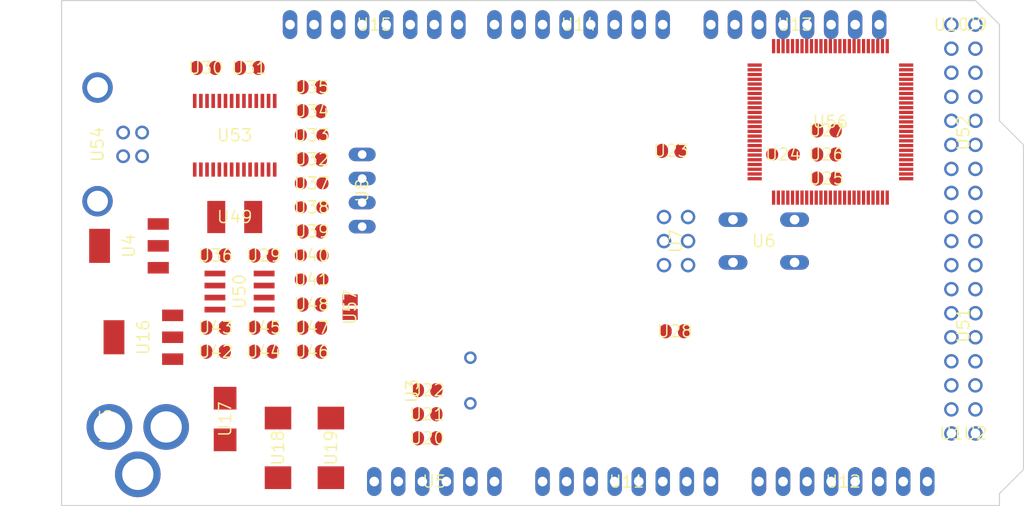
<source format=kicad_pcb>
(kicad_pcb (version 20221018) (generator pcbnew)
  (layers (0 "F.Cu" signal "Top") (31 "B.Cu" signal "Bottom") (34 "B.Paste" user) (35 "F.Paste" user) (36 "B.SilkS" user "B.Silkscreen") (37 "F.SilkS" user "F.Silkscreen") (38 "B.Mask" user) (39 "F.Mask" user) (44 "Edge.Cuts" user))
  (net 0 "")
  (net 1 "+5V")
  (net 2 "GND")
  (net 3 "N$6")
  (net 4 "N$7")
  (net 5 "AREF")
  (net 6 "RESET")
  (net 7 "VIN")
  (net 8 "N$3")
  (net 9 "PWRIN")
  (net 10 "M8RXD")
  (net 11 "M8TXD")
  (net 12 "ADC0")
  (net 13 "ADC2")
  (net 14 "ADC1")
  (net 15 "ADC3")
  (net 16 "ADC4")
  (net 17 "ADC5")
  (net 18 "ADC6")
  (net 19 "ADC7")
  (net 20 "+3V3")
  (net 21 "SDA")
  (net 22 "SCL")
  (net 23 "ADC9")
  (net 24 "ADC8")
  (net 25 "ADC10")
  (net 26 "ADC11")
  (net 27 "ADC12")
  (net 28 "ADC13")
  (net 29 "ADC14")
  (net 30 "ADC15")
  (net 31 "PB3")
  (net 32 "PB2")
  (net 33 "PB1")
  (net 34 "PB5")
  (net 35 "PB4")
  (net 36 "PE5")
  (net 37 "PE4")
  (net 38 "PE3")
  (net 39 "PE1")
  (net 40 "PE0")
  (net 41 "N$15")
  (net 42 "N$53")
  (net 43 "N$54")
  (net 44 "N$55")
  (net 45 "D-")
  (net 46 "D+")
  (net 47 "N$60")
  (net 48 "DTR")
  (net 49 "USBVCC")
  (net 50 "N$2")
  (net 51 "N$4")
  (net 52 "GATE_CMD")
  (net 53 "CMP")
  (net 54 "PB6")
  (net 55 "PH3")
  (net 56 "PH4")
  (net 57 "PH5")
  (net 58 "PH6")
  (net 59 "PG5")
  (net 60 "RXD1")
  (net 61 "TXD1")
  (net 62 "RXD2")
  (net 63 "RXD3")
  (net 64 "TXD2")
  (net 65 "TXD3")
  (net 66 "PC0")
  (net 67 "PC1")
  (net 68 "PC2")
  (net 69 "PC3")
  (net 70 "PC4")
  (net 71 "PC5")
  (net 72 "PC6")
  (net 73 "PC7")
  (net 74 "PB0")
  (net 75 "PG0")
  (net 76 "PG1")
  (net 77 "PG2")
  (net 78 "PD7")
  (net 79 "PA0")
  (net 80 "PA1")
  (net 81 "PA2")
  (net 82 "PA3")
  (net 83 "PA4")
  (net 84 "PA5")
  (net 85 "PA6")
  (net 86 "PA7")
  (net 87 "PL0")
  (net 88 "PL1")
  (net 89 "PL2")
  (net 90 "PL3")
  (net 91 "PL4")
  (net 92 "PL5")
  (net 93 "PL6")
  (net 94 "PL7")
  (net 95 "PB7")
  (net 96 "CTS")
  (net 97 "DSR")
  (net 98 "DCD")
  (net 99 "RI")
  (footprint "Arduino_MEGA_Reference_Design:2X03" (layer "F.Cu") (at 162.5981 103.7336 -90)
    (fp_text reference "U7")
    (fp_text value "")
  )
  (footprint "Arduino_MEGA_Reference_Design:1X08" (layer "F.Cu") (at 152.3111 80.8736 180)
    (fp_text reference "U14")
    (fp_text value "")
  )
  (footprint "Arduino_MEGA_Reference_Design:1X08" (layer "F.Cu") (at 130.7211 80.8736 180)
    (fp_text reference "U15")
    (fp_text value "")
  )
  (footprint "Arduino_MEGA_Reference_Design:SMC_D" (layer "F.Cu") (at 120.5611 125.5776 -90)
    (fp_text reference "U18")
    (fp_text value "")
  )
  (footprint "Arduino_MEGA_Reference_Design:SMC_D" (layer "F.Cu") (at 126.1491 125.5776 -90)
    (fp_text reference "U19")
    (fp_text value "")
  )
  (footprint "Arduino_MEGA_Reference_Design:B3F-10XX" (layer "F.Cu") (at 171.8691 103.7336 180)
    (fp_text reference "U6")
    (fp_text value "")
  )
  (footprint "Arduino_MEGA_Reference_Design:0805RND" (layer "F.Cu") (at 173.9011 94.5896 180)
    (fp_text reference "U24")
    (fp_text value "")
  )
  (footprint "Arduino_MEGA_Reference_Design:SMB" (layer "F.Cu") (at 114.9731 122.5296 -90)
    (fp_text reference "U17")
    (fp_text value "")
  )
  (footprint "Arduino_MEGA_Reference_Design:DC-21MM" (layer "F.Cu") (at 103.0351 123.2916 90)
    (fp_text reference "U55")
    (fp_text value "")
  )
  (footprint "Arduino_MEGA_Reference_Design:HC49_S" (layer "F.Cu") (at 140.8811 118.4656 90)
    (fp_text reference "U3")
    (fp_text value "")
  )
  (footprint "Arduino_MEGA_Reference_Design:SOT223" (layer "F.Cu") (at 106.3371 113.8936 90)
    (fp_text reference "U16")
    (fp_text value "")
  )
  (footprint "Arduino_MEGA_Reference_Design:1X06" (layer "F.Cu") (at 137.0711 129.1336)
    (fp_text reference "U5")
    (fp_text value "")
  )
  (footprint "Arduino_MEGA_Reference_Design:C0805RND" (layer "F.Cu") (at 124.1171 87.4776)
    (fp_text reference "U35")
    (fp_text value "")
  )
  (footprint "Arduino_MEGA_Reference_Design:C0805RND" (layer "F.Cu") (at 162.4711 113.2586)
    (fp_text reference "U28")
    (fp_text value "")
  )
  (footprint "Arduino_MEGA_Reference_Design:C0805RND" (layer "F.Cu") (at 136.3091 122.0216)
    (fp_text reference "U21")
    (fp_text value "")
  )
  (footprint "Arduino_MEGA_Reference_Design:C0805RND" (layer "F.Cu") (at 136.3091 119.4816)
    (fp_text reference "U22")
    (fp_text value "")
  )
  (footprint "Arduino_MEGA_Reference_Design:C0805RND" (layer "F.Cu") (at 113.9571 112.8776)
    (fp_text reference "U43")
    (fp_text value "")
  )
  (footprint "Arduino_MEGA_Reference_Design:RCL_0805RND" (layer "F.Cu") (at 124.1171 105.2576)
    (fp_text reference "U40")
    (fp_text value "")
  )
  (footprint "Arduino_MEGA_Reference_Design:RCL_0805RND" (layer "F.Cu") (at 124.1171 107.7976)
    (fp_text reference "U41")
    (fp_text value "")
  )
  (footprint "Arduino_MEGA_Reference_Design:1X08" (layer "F.Cu") (at 157.3911 129.1336)
    (fp_text reference "U11")
    (fp_text value "")
  )
  (footprint "Arduino_MEGA_Reference_Design:1X08" (layer "F.Cu") (at 175.1711 80.8736 180)
    (fp_text reference "U13")
    (fp_text value "")
  )
  (footprint "Arduino_MEGA_Reference_Design:R0805RND" (layer "F.Cu") (at 178.4731 94.5896 180)
    (fp_text reference "U26")
    (fp_text value "")
  )
  (footprint "Arduino_MEGA_Reference_Design:R0805RND" (layer "F.Cu") (at 178.4731 92.0496 180)
    (fp_text reference "U27")
    (fp_text value "")
  )
  (footprint "Arduino_MEGA_Reference_Design:TQFP100" (layer "F.Cu") (at 178.90542602539062 91.14759826660156 0)
    (fp_text reference "U56")
    (fp_text value "")
  )
  (footprint "Arduino_MEGA_Reference_Design:C0805RND" (layer "F.Cu") (at 162.0901 94.2086 180)
    (fp_text reference "U23")
    (fp_text value "")
  )
  (footprint "Arduino_MEGA_Reference_Design:C0805RND" (layer "F.Cu") (at 136.3091 124.5616)
    (fp_text reference "U20")
    (fp_text value "")
  )
  (footprint "Arduino_MEGA_Reference_Design:1X08" (layer "F.Cu") (at 180.2511 129.1336)
    (fp_text reference "U12")
    (fp_text value "")
  )
  (footprint "Arduino_MEGA_Reference_Design:R0805RND" (layer "F.Cu") (at 124.1171 112.8776)
    (fp_text reference "U47")
    (fp_text value "")
  )
  (footprint "Arduino_MEGA_Reference_Design:C0805RND" (layer "F.Cu") (at 124.1171 115.4176)
    (fp_text reference "U46")
    (fp_text value "")
  )
  (footprint "Arduino_MEGA_Reference_Design:C0805RND" (layer "F.Cu") (at 113.9571 105.2576)
    (fp_text reference "U36")
    (fp_text value "")
  )
  (footprint "Arduino_MEGA_Reference_Design:C0805RND" (layer "F.Cu") (at 112.9411 85.4456)
    (fp_text reference "U30")
    (fp_text value "")
  )
  (footprint "Arduino_MEGA_Reference_Design:0805RND" (layer "F.Cu") (at 124.1171 100.1776 180)
    (fp_text reference "U38")
    (fp_text value "")
  )
  (footprint "Arduino_MEGA_Reference_Design:0805RND" (layer "F.Cu") (at 124.1171 97.6376 180)
    (fp_text reference "U37")
    (fp_text value "")
  )
  (footprint "Arduino_MEGA_Reference_Design:R0805RND" (layer "F.Cu") (at 124.1171 95.0976)
    (fp_text reference "U32")
    (fp_text value "")
  )
  (footprint "Arduino_MEGA_Reference_Design:R0805RND" (layer "F.Cu") (at 124.1171 102.7176)
    (fp_text reference "U39")
    (fp_text value "")
  )
  (footprint "Arduino_MEGA_Reference_Design:SSOP28" (layer "F.Cu") (at 115.9891 92.5576)
    (fp_text reference "U53")
    (fp_text value "")
  )
  (footprint "Arduino_MEGA_Reference_Design:PN61729" (layer "F.Cu") (at 98.9584 93.5228 -90)
    (fp_text reference "U54")
    (fp_text value "")
  )
  (footprint "Arduino_MEGA_Reference_Design:L1812" (layer "F.Cu") (at 115.9891 101.1936)
    (fp_text reference "U49")
    (fp_text value "")
  )
  (footprint "Arduino_MEGA_Reference_Design:C0805RND" (layer "F.Cu") (at 117.5131 85.4456)
    (fp_text reference "U31")
    (fp_text value "")
  )
  (footprint "Arduino_MEGA_Reference_Design:0805RND" (layer "F.Cu") (at 124.1171 92.5576 180)
    (fp_text reference "U33")
    (fp_text value "")
  )
  (footprint "Arduino_MEGA_Reference_Design:R0805RND" (layer "F.Cu") (at 124.1171 90.0176 180)
    (fp_text reference "U34")
    (fp_text value "")
  )
  (footprint "Arduino_MEGA_Reference_Design:C0805RND" (layer "F.Cu") (at 124.1171 110.4392 180)
    (fp_text reference "U48")
    (fp_text value "")
  )
  (footprint "Arduino_MEGA_Reference_Design:SOT223" (layer "F.Cu") (at 104.8131 104.2416 90)
    (fp_text reference "U4")
    (fp_text value "")
  )
  (footprint "Arduino_MEGA_Reference_Design:SO08" (layer "F.Cu") (at 116.4971 109.0676 -90)
    (fp_text reference "U50")
    (fp_text value "")
  )
  (footprint "Arduino_MEGA_Reference_Design:R0805RND" (layer "F.Cu") (at 113.9571 115.4176 180)
    (fp_text reference "U42")
    (fp_text value "")
  )
  (footprint "Arduino_MEGA_Reference_Design:R0805RND" (layer "F.Cu") (at 119.0371 112.8776 180)
    (fp_text reference "U45")
    (fp_text value "")
  )
  (footprint "Arduino_MEGA_Reference_Design:C0805RND" (layer "F.Cu") (at 119.0371 115.4176 180)
    (fp_text reference "U44")
    (fp_text value "")
  )
  (footprint "Arduino_MEGA_Reference_Design:C0805RND" (layer "F.Cu") (at 119.0371 105.2576)
    (fp_text reference "U29")
    (fp_text value "")
  )
  (footprint "Arduino_MEGA_Reference_Design:2X08" (layer "F.Cu") (at 192.9511 92.3036 90)
    (fp_text reference "U52")
    (fp_text value "")
  )
  (footprint "Arduino_MEGA_Reference_Design:2X08" (layer "F.Cu") (at 192.9511 112.6236 90)
    (fp_text reference "U51")
    (fp_text value "")
  )
  (footprint "Arduino_MEGA_Reference_Design:R0805RND" (layer "F.Cu") (at 178.4731 97.1296 180)
    (fp_text reference "U25")
    (fp_text value "")
  )
  (footprint "Arduino_MEGA_Reference_Design:1X01" (layer "F.Cu") (at 191.6811 80.8736)
    (fp_text reference "U10")
    (fp_text value "")
  )
  (footprint "Arduino_MEGA_Reference_Design:1X01" (layer "F.Cu") (at 194.2211 80.8736)
    (fp_text reference "U9")
    (fp_text value "")
  )
  (footprint "Arduino_MEGA_Reference_Design:1X01" (layer "F.Cu") (at 191.6811 124.0536)
    (fp_text reference "U1")
    (fp_text value "")
  )
  (footprint "Arduino_MEGA_Reference_Design:1X01" (layer "F.Cu") (at 194.2211 124.0536)
    (fp_text reference "U2")
    (fp_text value "")
  )
  (footprint "Arduino_MEGA_Reference_Design:SJ" (layer "F.Cu") (at 128.1811 110.7186 -90)
    (fp_text reference "U57")
    (fp_text value "")
  )
  (footprint "Arduino_MEGA_Reference_Design:JP4" (layer "F.Cu") (at 129.4511 98.3996 -90)
    (fp_text reference "U8")
    (fp_text value "")
  )
  (gr_line (start 196.7611 80.8736) (end 196.7611 91.0336) (layer "Edge.Cuts") (width 0.12))
  (gr_line (start 196.7611 130.4036) (end 196.7611 131.6736) (layer "Edge.Cuts") (width 0.12))
  (gr_line (start 194.2211 78.3336) (end 196.7611 80.8736) (layer "Edge.Cuts") (width 0.12))
  (gr_line (start 97.7011 78.3336) (end 194.2211 78.3336) (layer "Edge.Cuts") (width 0.12))
  (gr_line (start 196.7611 91.0336) (end 199.3011 93.5736) (layer "Edge.Cuts") (width 0.12))
  (gr_line (start 97.7011 131.6736) (end 97.7011 78.3336) (layer "Edge.Cuts") (width 0.12))
  (gr_line (start 196.7611 131.6736) (end 97.7011 131.6736) (layer "Edge.Cuts") (width 0.12))
  (gr_line (start 199.3011 93.5736) (end 199.3011 127.8636) (layer "Edge.Cuts") (width 0.12))
  (gr_line (start 199.3011 127.8636) (end 196.7611 130.4036) (layer "Edge.Cuts") (width 0.12))
)
</source>
